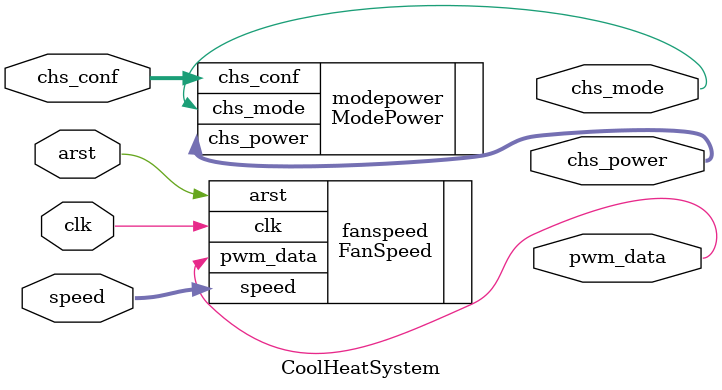
<source format=v>
`timescale 1ns / 1ps
module CoolHeatSystem(

	input        arst,		 // reset [asynch]  
	input        clk,			 // clock [posedge] 
	
	input  [7:0] speed,		 // speed [duty-cycle]  
	
	input  [7:0] chs_conf,	 // degree [temprature] 
	
	output [3:0] chs_power,	 // power  [cooler / heater]
	output       chs_mode,	 // model  [heat = 1 / cool = 0]

	output       pwm_data    // data  [output]
    );

	FanSpeed fanspeed (.arst(arst), .clk(clk), .speed(speed), .pwm_data(pwm_data));
	ModePower modepower (.chs_conf(chs_conf), .chs_power(chs_power), .chs_mode(chs_mode));

endmodule

</source>
